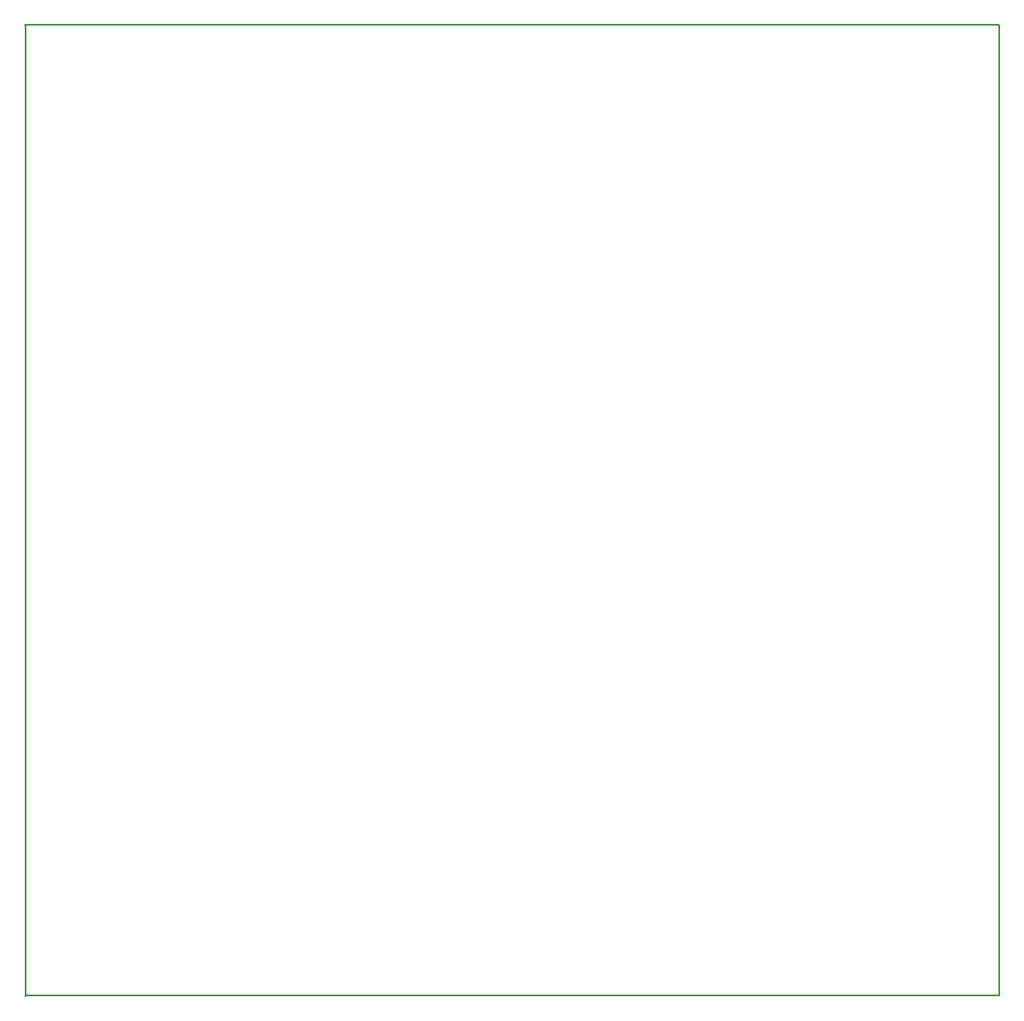
<source format=gm1>
G04 #@! TF.FileFunction,Profile,NP*
%FSLAX46Y46*%
G04 Gerber Fmt 4.6, Leading zero omitted, Abs format (unit mm)*
G04 Created by KiCad (PCBNEW 4.0.6) date 08/30/17 17:07:19*
%MOMM*%
%LPD*%
G01*
G04 APERTURE LIST*
%ADD10C,0.100000*%
%ADD11C,0.150000*%
G04 APERTURE END LIST*
D10*
D11*
X108775500Y-128587500D02*
X108775500Y-32321500D01*
X108775500Y-128524000D02*
X108775500Y-128587500D01*
X205295500Y-128524000D02*
X108775500Y-128524000D01*
X205295500Y-32258000D02*
X205295500Y-128524000D01*
X108712000Y-32258000D02*
X205295500Y-32258000D01*
M02*

</source>
